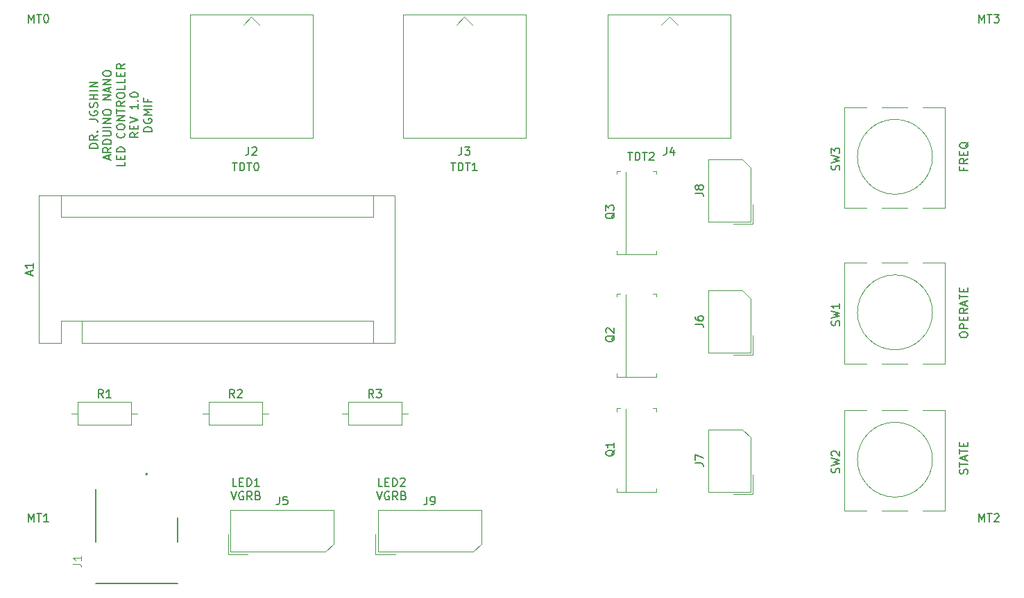
<source format=gbr>
%TF.GenerationSoftware,KiCad,Pcbnew,(5.1.6)-1*%
%TF.CreationDate,2020-08-04T09:12:00+09:00*%
%TF.ProjectId,arduino_pcb,61726475-696e-46f5-9f70-63622e6b6963,rev?*%
%TF.SameCoordinates,Original*%
%TF.FileFunction,Legend,Top*%
%TF.FilePolarity,Positive*%
%FSLAX46Y46*%
G04 Gerber Fmt 4.6, Leading zero omitted, Abs format (unit mm)*
G04 Created by KiCad (PCBNEW (5.1.6)-1) date 2020-08-04 09:12:00*
%MOMM*%
%LPD*%
G01*
G04 APERTURE LIST*
%ADD10C,0.150000*%
%ADD11C,0.120000*%
%ADD12C,0.100000*%
%ADD13C,0.200000*%
%ADD14C,0.127000*%
%ADD15C,0.015000*%
G04 APERTURE END LIST*
D10*
X116990952Y-127897380D02*
X116514761Y-127897380D01*
X116514761Y-126897380D01*
X117324285Y-127373571D02*
X117657619Y-127373571D01*
X117800476Y-127897380D02*
X117324285Y-127897380D01*
X117324285Y-126897380D01*
X117800476Y-126897380D01*
X118229047Y-127897380D02*
X118229047Y-126897380D01*
X118467142Y-126897380D01*
X118610000Y-126945000D01*
X118705238Y-127040238D01*
X118752857Y-127135476D01*
X118800476Y-127325952D01*
X118800476Y-127468809D01*
X118752857Y-127659285D01*
X118705238Y-127754523D01*
X118610000Y-127849761D01*
X118467142Y-127897380D01*
X118229047Y-127897380D01*
X119181428Y-126992619D02*
X119229047Y-126945000D01*
X119324285Y-126897380D01*
X119562380Y-126897380D01*
X119657619Y-126945000D01*
X119705238Y-126992619D01*
X119752857Y-127087857D01*
X119752857Y-127183095D01*
X119705238Y-127325952D01*
X119133809Y-127897380D01*
X119752857Y-127897380D01*
X116276666Y-128547380D02*
X116610000Y-129547380D01*
X116943333Y-128547380D01*
X117800476Y-128595000D02*
X117705238Y-128547380D01*
X117562380Y-128547380D01*
X117419523Y-128595000D01*
X117324285Y-128690238D01*
X117276666Y-128785476D01*
X117229047Y-128975952D01*
X117229047Y-129118809D01*
X117276666Y-129309285D01*
X117324285Y-129404523D01*
X117419523Y-129499761D01*
X117562380Y-129547380D01*
X117657619Y-129547380D01*
X117800476Y-129499761D01*
X117848095Y-129452142D01*
X117848095Y-129118809D01*
X117657619Y-129118809D01*
X118848095Y-129547380D02*
X118514761Y-129071190D01*
X118276666Y-129547380D02*
X118276666Y-128547380D01*
X118657619Y-128547380D01*
X118752857Y-128595000D01*
X118800476Y-128642619D01*
X118848095Y-128737857D01*
X118848095Y-128880714D01*
X118800476Y-128975952D01*
X118752857Y-129023571D01*
X118657619Y-129071190D01*
X118276666Y-129071190D01*
X119610000Y-129023571D02*
X119752857Y-129071190D01*
X119800476Y-129118809D01*
X119848095Y-129214047D01*
X119848095Y-129356904D01*
X119800476Y-129452142D01*
X119752857Y-129499761D01*
X119657619Y-129547380D01*
X119276666Y-129547380D01*
X119276666Y-128547380D01*
X119610000Y-128547380D01*
X119705238Y-128595000D01*
X119752857Y-128642619D01*
X119800476Y-128737857D01*
X119800476Y-128833095D01*
X119752857Y-128928333D01*
X119705238Y-128975952D01*
X119610000Y-129023571D01*
X119276666Y-129023571D01*
X99210952Y-127897380D02*
X98734761Y-127897380D01*
X98734761Y-126897380D01*
X99544285Y-127373571D02*
X99877619Y-127373571D01*
X100020476Y-127897380D02*
X99544285Y-127897380D01*
X99544285Y-126897380D01*
X100020476Y-126897380D01*
X100449047Y-127897380D02*
X100449047Y-126897380D01*
X100687142Y-126897380D01*
X100830000Y-126945000D01*
X100925238Y-127040238D01*
X100972857Y-127135476D01*
X101020476Y-127325952D01*
X101020476Y-127468809D01*
X100972857Y-127659285D01*
X100925238Y-127754523D01*
X100830000Y-127849761D01*
X100687142Y-127897380D01*
X100449047Y-127897380D01*
X101972857Y-127897380D02*
X101401428Y-127897380D01*
X101687142Y-127897380D02*
X101687142Y-126897380D01*
X101591904Y-127040238D01*
X101496666Y-127135476D01*
X101401428Y-127183095D01*
X98496666Y-128547380D02*
X98830000Y-129547380D01*
X99163333Y-128547380D01*
X100020476Y-128595000D02*
X99925238Y-128547380D01*
X99782380Y-128547380D01*
X99639523Y-128595000D01*
X99544285Y-128690238D01*
X99496666Y-128785476D01*
X99449047Y-128975952D01*
X99449047Y-129118809D01*
X99496666Y-129309285D01*
X99544285Y-129404523D01*
X99639523Y-129499761D01*
X99782380Y-129547380D01*
X99877619Y-129547380D01*
X100020476Y-129499761D01*
X100068095Y-129452142D01*
X100068095Y-129118809D01*
X99877619Y-129118809D01*
X101068095Y-129547380D02*
X100734761Y-129071190D01*
X100496666Y-129547380D02*
X100496666Y-128547380D01*
X100877619Y-128547380D01*
X100972857Y-128595000D01*
X101020476Y-128642619D01*
X101068095Y-128737857D01*
X101068095Y-128880714D01*
X101020476Y-128975952D01*
X100972857Y-129023571D01*
X100877619Y-129071190D01*
X100496666Y-129071190D01*
X101830000Y-129023571D02*
X101972857Y-129071190D01*
X102020476Y-129118809D01*
X102068095Y-129214047D01*
X102068095Y-129356904D01*
X102020476Y-129452142D01*
X101972857Y-129499761D01*
X101877619Y-129547380D01*
X101496666Y-129547380D01*
X101496666Y-128547380D01*
X101830000Y-128547380D01*
X101925238Y-128595000D01*
X101972857Y-128642619D01*
X102020476Y-128737857D01*
X102020476Y-128833095D01*
X101972857Y-128928333D01*
X101925238Y-128975952D01*
X101830000Y-129023571D01*
X101496666Y-129023571D01*
X187888571Y-88963333D02*
X187888571Y-89296666D01*
X188412380Y-89296666D02*
X187412380Y-89296666D01*
X187412380Y-88820476D01*
X188412380Y-87868095D02*
X187936190Y-88201428D01*
X188412380Y-88439523D02*
X187412380Y-88439523D01*
X187412380Y-88058571D01*
X187460000Y-87963333D01*
X187507619Y-87915714D01*
X187602857Y-87868095D01*
X187745714Y-87868095D01*
X187840952Y-87915714D01*
X187888571Y-87963333D01*
X187936190Y-88058571D01*
X187936190Y-88439523D01*
X187888571Y-87439523D02*
X187888571Y-87106190D01*
X188412380Y-86963333D02*
X188412380Y-87439523D01*
X187412380Y-87439523D01*
X187412380Y-86963333D01*
X188507619Y-85868095D02*
X188460000Y-85963333D01*
X188364761Y-86058571D01*
X188221904Y-86201428D01*
X188174285Y-86296666D01*
X188174285Y-86391904D01*
X188412380Y-86344285D02*
X188364761Y-86439523D01*
X188269523Y-86534761D01*
X188079047Y-86582380D01*
X187745714Y-86582380D01*
X187555238Y-86534761D01*
X187460000Y-86439523D01*
X187412380Y-86344285D01*
X187412380Y-86153809D01*
X187460000Y-86058571D01*
X187555238Y-85963333D01*
X187745714Y-85915714D01*
X188079047Y-85915714D01*
X188269523Y-85963333D01*
X188364761Y-86058571D01*
X188412380Y-86153809D01*
X188412380Y-86344285D01*
X187412380Y-109489523D02*
X187412380Y-109299047D01*
X187460000Y-109203809D01*
X187555238Y-109108571D01*
X187745714Y-109060952D01*
X188079047Y-109060952D01*
X188269523Y-109108571D01*
X188364761Y-109203809D01*
X188412380Y-109299047D01*
X188412380Y-109489523D01*
X188364761Y-109584761D01*
X188269523Y-109680000D01*
X188079047Y-109727619D01*
X187745714Y-109727619D01*
X187555238Y-109680000D01*
X187460000Y-109584761D01*
X187412380Y-109489523D01*
X188412380Y-108632380D02*
X187412380Y-108632380D01*
X187412380Y-108251428D01*
X187460000Y-108156190D01*
X187507619Y-108108571D01*
X187602857Y-108060952D01*
X187745714Y-108060952D01*
X187840952Y-108108571D01*
X187888571Y-108156190D01*
X187936190Y-108251428D01*
X187936190Y-108632380D01*
X187888571Y-107632380D02*
X187888571Y-107299047D01*
X188412380Y-107156190D02*
X188412380Y-107632380D01*
X187412380Y-107632380D01*
X187412380Y-107156190D01*
X188412380Y-106156190D02*
X187936190Y-106489523D01*
X188412380Y-106727619D02*
X187412380Y-106727619D01*
X187412380Y-106346666D01*
X187460000Y-106251428D01*
X187507619Y-106203809D01*
X187602857Y-106156190D01*
X187745714Y-106156190D01*
X187840952Y-106203809D01*
X187888571Y-106251428D01*
X187936190Y-106346666D01*
X187936190Y-106727619D01*
X188126666Y-105775238D02*
X188126666Y-105299047D01*
X188412380Y-105870476D02*
X187412380Y-105537142D01*
X188412380Y-105203809D01*
X187412380Y-105013333D02*
X187412380Y-104441904D01*
X188412380Y-104727619D02*
X187412380Y-104727619D01*
X187888571Y-104108571D02*
X187888571Y-103775238D01*
X188412380Y-103632380D02*
X188412380Y-104108571D01*
X187412380Y-104108571D01*
X187412380Y-103632380D01*
X188364761Y-126388571D02*
X188412380Y-126245714D01*
X188412380Y-126007619D01*
X188364761Y-125912380D01*
X188317142Y-125864761D01*
X188221904Y-125817142D01*
X188126666Y-125817142D01*
X188031428Y-125864761D01*
X187983809Y-125912380D01*
X187936190Y-126007619D01*
X187888571Y-126198095D01*
X187840952Y-126293333D01*
X187793333Y-126340952D01*
X187698095Y-126388571D01*
X187602857Y-126388571D01*
X187507619Y-126340952D01*
X187460000Y-126293333D01*
X187412380Y-126198095D01*
X187412380Y-125960000D01*
X187460000Y-125817142D01*
X187412380Y-125531428D02*
X187412380Y-124960000D01*
X188412380Y-125245714D02*
X187412380Y-125245714D01*
X188126666Y-124674285D02*
X188126666Y-124198095D01*
X188412380Y-124769523D02*
X187412380Y-124436190D01*
X188412380Y-124102857D01*
X187412380Y-123912380D02*
X187412380Y-123340952D01*
X188412380Y-123626666D02*
X187412380Y-123626666D01*
X187888571Y-123007619D02*
X187888571Y-122674285D01*
X188412380Y-122531428D02*
X188412380Y-123007619D01*
X187412380Y-123007619D01*
X187412380Y-122531428D01*
X146947142Y-87082380D02*
X147518571Y-87082380D01*
X147232857Y-88082380D02*
X147232857Y-87082380D01*
X147851904Y-88082380D02*
X147851904Y-87082380D01*
X148090000Y-87082380D01*
X148232857Y-87130000D01*
X148328095Y-87225238D01*
X148375714Y-87320476D01*
X148423333Y-87510952D01*
X148423333Y-87653809D01*
X148375714Y-87844285D01*
X148328095Y-87939523D01*
X148232857Y-88034761D01*
X148090000Y-88082380D01*
X147851904Y-88082380D01*
X148709047Y-87082380D02*
X149280476Y-87082380D01*
X148994761Y-88082380D02*
X148994761Y-87082380D01*
X149566190Y-87177619D02*
X149613809Y-87130000D01*
X149709047Y-87082380D01*
X149947142Y-87082380D01*
X150042380Y-87130000D01*
X150090000Y-87177619D01*
X150137619Y-87272857D01*
X150137619Y-87368095D01*
X150090000Y-87510952D01*
X149518571Y-88082380D01*
X150137619Y-88082380D01*
X125357142Y-88352380D02*
X125928571Y-88352380D01*
X125642857Y-89352380D02*
X125642857Y-88352380D01*
X126261904Y-89352380D02*
X126261904Y-88352380D01*
X126500000Y-88352380D01*
X126642857Y-88400000D01*
X126738095Y-88495238D01*
X126785714Y-88590476D01*
X126833333Y-88780952D01*
X126833333Y-88923809D01*
X126785714Y-89114285D01*
X126738095Y-89209523D01*
X126642857Y-89304761D01*
X126500000Y-89352380D01*
X126261904Y-89352380D01*
X127119047Y-88352380D02*
X127690476Y-88352380D01*
X127404761Y-89352380D02*
X127404761Y-88352380D01*
X128547619Y-89352380D02*
X127976190Y-89352380D01*
X128261904Y-89352380D02*
X128261904Y-88352380D01*
X128166666Y-88495238D01*
X128071428Y-88590476D01*
X127976190Y-88638095D01*
X98687142Y-88352380D02*
X99258571Y-88352380D01*
X98972857Y-89352380D02*
X98972857Y-88352380D01*
X99591904Y-89352380D02*
X99591904Y-88352380D01*
X99830000Y-88352380D01*
X99972857Y-88400000D01*
X100068095Y-88495238D01*
X100115714Y-88590476D01*
X100163333Y-88780952D01*
X100163333Y-88923809D01*
X100115714Y-89114285D01*
X100068095Y-89209523D01*
X99972857Y-89304761D01*
X99830000Y-89352380D01*
X99591904Y-89352380D01*
X100449047Y-88352380D02*
X101020476Y-88352380D01*
X100734761Y-89352380D02*
X100734761Y-88352380D01*
X101544285Y-88352380D02*
X101639523Y-88352380D01*
X101734761Y-88400000D01*
X101782380Y-88447619D01*
X101830000Y-88542857D01*
X101877619Y-88733333D01*
X101877619Y-88971428D01*
X101830000Y-89161904D01*
X101782380Y-89257142D01*
X101734761Y-89304761D01*
X101639523Y-89352380D01*
X101544285Y-89352380D01*
X101449047Y-89304761D01*
X101401428Y-89257142D01*
X101353809Y-89161904D01*
X101306190Y-88971428D01*
X101306190Y-88733333D01*
X101353809Y-88542857D01*
X101401428Y-88447619D01*
X101449047Y-88400000D01*
X101544285Y-88352380D01*
X82242380Y-86573809D02*
X81242380Y-86573809D01*
X81242380Y-86335714D01*
X81290000Y-86192857D01*
X81385238Y-86097619D01*
X81480476Y-86050000D01*
X81670952Y-86002380D01*
X81813809Y-86002380D01*
X82004285Y-86050000D01*
X82099523Y-86097619D01*
X82194761Y-86192857D01*
X82242380Y-86335714D01*
X82242380Y-86573809D01*
X82242380Y-85002380D02*
X81766190Y-85335714D01*
X82242380Y-85573809D02*
X81242380Y-85573809D01*
X81242380Y-85192857D01*
X81290000Y-85097619D01*
X81337619Y-85050000D01*
X81432857Y-85002380D01*
X81575714Y-85002380D01*
X81670952Y-85050000D01*
X81718571Y-85097619D01*
X81766190Y-85192857D01*
X81766190Y-85573809D01*
X82147142Y-84573809D02*
X82194761Y-84526190D01*
X82242380Y-84573809D01*
X82194761Y-84621428D01*
X82147142Y-84573809D01*
X82242380Y-84573809D01*
X81242380Y-83050000D02*
X81956666Y-83050000D01*
X82099523Y-83097619D01*
X82194761Y-83192857D01*
X82242380Y-83335714D01*
X82242380Y-83430952D01*
X81290000Y-82050000D02*
X81242380Y-82145238D01*
X81242380Y-82288095D01*
X81290000Y-82430952D01*
X81385238Y-82526190D01*
X81480476Y-82573809D01*
X81670952Y-82621428D01*
X81813809Y-82621428D01*
X82004285Y-82573809D01*
X82099523Y-82526190D01*
X82194761Y-82430952D01*
X82242380Y-82288095D01*
X82242380Y-82192857D01*
X82194761Y-82050000D01*
X82147142Y-82002380D01*
X81813809Y-82002380D01*
X81813809Y-82192857D01*
X82194761Y-81621428D02*
X82242380Y-81478571D01*
X82242380Y-81240476D01*
X82194761Y-81145238D01*
X82147142Y-81097619D01*
X82051904Y-81050000D01*
X81956666Y-81050000D01*
X81861428Y-81097619D01*
X81813809Y-81145238D01*
X81766190Y-81240476D01*
X81718571Y-81430952D01*
X81670952Y-81526190D01*
X81623333Y-81573809D01*
X81528095Y-81621428D01*
X81432857Y-81621428D01*
X81337619Y-81573809D01*
X81290000Y-81526190D01*
X81242380Y-81430952D01*
X81242380Y-81192857D01*
X81290000Y-81050000D01*
X82242380Y-80621428D02*
X81242380Y-80621428D01*
X81718571Y-80621428D02*
X81718571Y-80050000D01*
X82242380Y-80050000D02*
X81242380Y-80050000D01*
X82242380Y-79573809D02*
X81242380Y-79573809D01*
X82242380Y-79097619D02*
X81242380Y-79097619D01*
X82242380Y-78526190D01*
X81242380Y-78526190D01*
X83606666Y-87978571D02*
X83606666Y-87502380D01*
X83892380Y-88073809D02*
X82892380Y-87740476D01*
X83892380Y-87407142D01*
X83892380Y-86502380D02*
X83416190Y-86835714D01*
X83892380Y-87073809D02*
X82892380Y-87073809D01*
X82892380Y-86692857D01*
X82940000Y-86597619D01*
X82987619Y-86550000D01*
X83082857Y-86502380D01*
X83225714Y-86502380D01*
X83320952Y-86550000D01*
X83368571Y-86597619D01*
X83416190Y-86692857D01*
X83416190Y-87073809D01*
X83892380Y-86073809D02*
X82892380Y-86073809D01*
X82892380Y-85835714D01*
X82940000Y-85692857D01*
X83035238Y-85597619D01*
X83130476Y-85550000D01*
X83320952Y-85502380D01*
X83463809Y-85502380D01*
X83654285Y-85550000D01*
X83749523Y-85597619D01*
X83844761Y-85692857D01*
X83892380Y-85835714D01*
X83892380Y-86073809D01*
X82892380Y-85073809D02*
X83701904Y-85073809D01*
X83797142Y-85026190D01*
X83844761Y-84978571D01*
X83892380Y-84883333D01*
X83892380Y-84692857D01*
X83844761Y-84597619D01*
X83797142Y-84550000D01*
X83701904Y-84502380D01*
X82892380Y-84502380D01*
X83892380Y-84026190D02*
X82892380Y-84026190D01*
X83892380Y-83550000D02*
X82892380Y-83550000D01*
X83892380Y-82978571D01*
X82892380Y-82978571D01*
X82892380Y-82311904D02*
X82892380Y-82121428D01*
X82940000Y-82026190D01*
X83035238Y-81930952D01*
X83225714Y-81883333D01*
X83559047Y-81883333D01*
X83749523Y-81930952D01*
X83844761Y-82026190D01*
X83892380Y-82121428D01*
X83892380Y-82311904D01*
X83844761Y-82407142D01*
X83749523Y-82502380D01*
X83559047Y-82550000D01*
X83225714Y-82550000D01*
X83035238Y-82502380D01*
X82940000Y-82407142D01*
X82892380Y-82311904D01*
X83892380Y-80692857D02*
X82892380Y-80692857D01*
X83892380Y-80121428D01*
X82892380Y-80121428D01*
X83606666Y-79692857D02*
X83606666Y-79216666D01*
X83892380Y-79788095D02*
X82892380Y-79454761D01*
X83892380Y-79121428D01*
X83892380Y-78788095D02*
X82892380Y-78788095D01*
X83892380Y-78216666D01*
X82892380Y-78216666D01*
X82892380Y-77550000D02*
X82892380Y-77359523D01*
X82940000Y-77264285D01*
X83035238Y-77169047D01*
X83225714Y-77121428D01*
X83559047Y-77121428D01*
X83749523Y-77169047D01*
X83844761Y-77264285D01*
X83892380Y-77359523D01*
X83892380Y-77550000D01*
X83844761Y-77645238D01*
X83749523Y-77740476D01*
X83559047Y-77788095D01*
X83225714Y-77788095D01*
X83035238Y-77740476D01*
X82940000Y-77645238D01*
X82892380Y-77550000D01*
X85542380Y-88288095D02*
X85542380Y-88764285D01*
X84542380Y-88764285D01*
X85018571Y-87954761D02*
X85018571Y-87621428D01*
X85542380Y-87478571D02*
X85542380Y-87954761D01*
X84542380Y-87954761D01*
X84542380Y-87478571D01*
X85542380Y-87050000D02*
X84542380Y-87050000D01*
X84542380Y-86811904D01*
X84590000Y-86669047D01*
X84685238Y-86573809D01*
X84780476Y-86526190D01*
X84970952Y-86478571D01*
X85113809Y-86478571D01*
X85304285Y-86526190D01*
X85399523Y-86573809D01*
X85494761Y-86669047D01*
X85542380Y-86811904D01*
X85542380Y-87050000D01*
X85447142Y-84716666D02*
X85494761Y-84764285D01*
X85542380Y-84907142D01*
X85542380Y-85002380D01*
X85494761Y-85145238D01*
X85399523Y-85240476D01*
X85304285Y-85288095D01*
X85113809Y-85335714D01*
X84970952Y-85335714D01*
X84780476Y-85288095D01*
X84685238Y-85240476D01*
X84590000Y-85145238D01*
X84542380Y-85002380D01*
X84542380Y-84907142D01*
X84590000Y-84764285D01*
X84637619Y-84716666D01*
X84542380Y-84097619D02*
X84542380Y-83907142D01*
X84590000Y-83811904D01*
X84685238Y-83716666D01*
X84875714Y-83669047D01*
X85209047Y-83669047D01*
X85399523Y-83716666D01*
X85494761Y-83811904D01*
X85542380Y-83907142D01*
X85542380Y-84097619D01*
X85494761Y-84192857D01*
X85399523Y-84288095D01*
X85209047Y-84335714D01*
X84875714Y-84335714D01*
X84685238Y-84288095D01*
X84590000Y-84192857D01*
X84542380Y-84097619D01*
X85542380Y-83240476D02*
X84542380Y-83240476D01*
X85542380Y-82669047D01*
X84542380Y-82669047D01*
X84542380Y-82335714D02*
X84542380Y-81764285D01*
X85542380Y-82050000D02*
X84542380Y-82050000D01*
X85542380Y-80859523D02*
X85066190Y-81192857D01*
X85542380Y-81430952D02*
X84542380Y-81430952D01*
X84542380Y-81050000D01*
X84590000Y-80954761D01*
X84637619Y-80907142D01*
X84732857Y-80859523D01*
X84875714Y-80859523D01*
X84970952Y-80907142D01*
X85018571Y-80954761D01*
X85066190Y-81050000D01*
X85066190Y-81430952D01*
X84542380Y-80240476D02*
X84542380Y-80050000D01*
X84590000Y-79954761D01*
X84685238Y-79859523D01*
X84875714Y-79811904D01*
X85209047Y-79811904D01*
X85399523Y-79859523D01*
X85494761Y-79954761D01*
X85542380Y-80050000D01*
X85542380Y-80240476D01*
X85494761Y-80335714D01*
X85399523Y-80430952D01*
X85209047Y-80478571D01*
X84875714Y-80478571D01*
X84685238Y-80430952D01*
X84590000Y-80335714D01*
X84542380Y-80240476D01*
X85542380Y-78907142D02*
X85542380Y-79383333D01*
X84542380Y-79383333D01*
X85542380Y-78097619D02*
X85542380Y-78573809D01*
X84542380Y-78573809D01*
X85018571Y-77764285D02*
X85018571Y-77430952D01*
X85542380Y-77288095D02*
X85542380Y-77764285D01*
X84542380Y-77764285D01*
X84542380Y-77288095D01*
X85542380Y-76288095D02*
X85066190Y-76621428D01*
X85542380Y-76859523D02*
X84542380Y-76859523D01*
X84542380Y-76478571D01*
X84590000Y-76383333D01*
X84637619Y-76335714D01*
X84732857Y-76288095D01*
X84875714Y-76288095D01*
X84970952Y-76335714D01*
X85018571Y-76383333D01*
X85066190Y-76478571D01*
X85066190Y-76859523D01*
X87192380Y-84692857D02*
X86716190Y-85026190D01*
X87192380Y-85264285D02*
X86192380Y-85264285D01*
X86192380Y-84883333D01*
X86240000Y-84788095D01*
X86287619Y-84740476D01*
X86382857Y-84692857D01*
X86525714Y-84692857D01*
X86620952Y-84740476D01*
X86668571Y-84788095D01*
X86716190Y-84883333D01*
X86716190Y-85264285D01*
X86668571Y-84264285D02*
X86668571Y-83930952D01*
X87192380Y-83788095D02*
X87192380Y-84264285D01*
X86192380Y-84264285D01*
X86192380Y-83788095D01*
X86192380Y-83502380D02*
X87192380Y-83169047D01*
X86192380Y-82835714D01*
X87192380Y-81216666D02*
X87192380Y-81788095D01*
X87192380Y-81502380D02*
X86192380Y-81502380D01*
X86335238Y-81597619D01*
X86430476Y-81692857D01*
X86478095Y-81788095D01*
X87097142Y-80788095D02*
X87144761Y-80740476D01*
X87192380Y-80788095D01*
X87144761Y-80835714D01*
X87097142Y-80788095D01*
X87192380Y-80788095D01*
X86192380Y-80121428D02*
X86192380Y-80026190D01*
X86240000Y-79930952D01*
X86287619Y-79883333D01*
X86382857Y-79835714D01*
X86573333Y-79788095D01*
X86811428Y-79788095D01*
X87001904Y-79835714D01*
X87097142Y-79883333D01*
X87144761Y-79930952D01*
X87192380Y-80026190D01*
X87192380Y-80121428D01*
X87144761Y-80216666D01*
X87097142Y-80264285D01*
X87001904Y-80311904D01*
X86811428Y-80359523D01*
X86573333Y-80359523D01*
X86382857Y-80311904D01*
X86287619Y-80264285D01*
X86240000Y-80216666D01*
X86192380Y-80121428D01*
X88842380Y-84550000D02*
X87842380Y-84550000D01*
X87842380Y-84311904D01*
X87890000Y-84169047D01*
X87985238Y-84073809D01*
X88080476Y-84026190D01*
X88270952Y-83978571D01*
X88413809Y-83978571D01*
X88604285Y-84026190D01*
X88699523Y-84073809D01*
X88794761Y-84169047D01*
X88842380Y-84311904D01*
X88842380Y-84550000D01*
X87890000Y-83026190D02*
X87842380Y-83121428D01*
X87842380Y-83264285D01*
X87890000Y-83407142D01*
X87985238Y-83502380D01*
X88080476Y-83550000D01*
X88270952Y-83597619D01*
X88413809Y-83597619D01*
X88604285Y-83550000D01*
X88699523Y-83502380D01*
X88794761Y-83407142D01*
X88842380Y-83264285D01*
X88842380Y-83169047D01*
X88794761Y-83026190D01*
X88747142Y-82978571D01*
X88413809Y-82978571D01*
X88413809Y-83169047D01*
X88842380Y-82550000D02*
X87842380Y-82550000D01*
X88556666Y-82216666D01*
X87842380Y-81883333D01*
X88842380Y-81883333D01*
X88842380Y-81407142D02*
X87842380Y-81407142D01*
X88318571Y-80597619D02*
X88318571Y-80930952D01*
X88842380Y-80930952D02*
X87842380Y-80930952D01*
X87842380Y-80454761D01*
D11*
%TO.C,SW3*%
X173350000Y-93900000D02*
X173350000Y-81600000D01*
X177930000Y-81600000D02*
X181070000Y-81600000D01*
X185650000Y-81600000D02*
X185650000Y-93900000D01*
X176070000Y-93900000D02*
X173350000Y-93900000D01*
X184119050Y-87650000D02*
G75*
G03*
X184119050Y-87650000I-4579050J0D01*
G01*
X185650000Y-93900000D02*
X182930000Y-93900000D01*
X181070000Y-93900000D02*
X177930000Y-93900000D01*
X182930000Y-81600000D02*
X185650000Y-81600000D01*
X173350000Y-81600000D02*
X176070000Y-81600000D01*
%TO.C,SW2*%
X173350000Y-130900000D02*
X173350000Y-118600000D01*
X177930000Y-118600000D02*
X181070000Y-118600000D01*
X185650000Y-118600000D02*
X185650000Y-130900000D01*
X176070000Y-130900000D02*
X173350000Y-130900000D01*
X184119050Y-124650000D02*
G75*
G03*
X184119050Y-124650000I-4579050J0D01*
G01*
X185650000Y-130900000D02*
X182930000Y-130900000D01*
X181070000Y-130900000D02*
X177930000Y-130900000D01*
X182930000Y-118600000D02*
X185650000Y-118600000D01*
X173350000Y-118600000D02*
X176070000Y-118600000D01*
%TO.C,SW1*%
X173350000Y-112900000D02*
X173350000Y-100600000D01*
X177930000Y-100600000D02*
X181070000Y-100600000D01*
X185650000Y-100600000D02*
X185650000Y-112900000D01*
X176070000Y-112900000D02*
X173350000Y-112900000D01*
X184119050Y-106650000D02*
G75*
G03*
X184119050Y-106650000I-4579050J0D01*
G01*
X185650000Y-112900000D02*
X182930000Y-112900000D01*
X181070000Y-112900000D02*
X177930000Y-112900000D01*
X182930000Y-100600000D02*
X185650000Y-100600000D01*
X173350000Y-100600000D02*
X176070000Y-100600000D01*
%TO.C,R3*%
X112810000Y-117630000D02*
X112810000Y-120370000D01*
X112810000Y-120370000D02*
X119350000Y-120370000D01*
X119350000Y-120370000D02*
X119350000Y-117630000D01*
X119350000Y-117630000D02*
X112810000Y-117630000D01*
X112040000Y-119000000D02*
X112810000Y-119000000D01*
X120120000Y-119000000D02*
X119350000Y-119000000D01*
%TO.C,R2*%
X95810000Y-117630000D02*
X95810000Y-120370000D01*
X95810000Y-120370000D02*
X102350000Y-120370000D01*
X102350000Y-120370000D02*
X102350000Y-117630000D01*
X102350000Y-117630000D02*
X95810000Y-117630000D01*
X95040000Y-119000000D02*
X95810000Y-119000000D01*
X103120000Y-119000000D02*
X102350000Y-119000000D01*
%TO.C,R1*%
X79810000Y-117630000D02*
X79810000Y-120370000D01*
X79810000Y-120370000D02*
X86350000Y-120370000D01*
X86350000Y-120370000D02*
X86350000Y-117630000D01*
X86350000Y-117630000D02*
X79810000Y-117630000D01*
X79040000Y-119000000D02*
X79810000Y-119000000D01*
X87120000Y-119000000D02*
X86350000Y-119000000D01*
D12*
%TO.C,Q3*%
X146710000Y-99560000D02*
X146710000Y-89460000D01*
X150400000Y-89360000D02*
X150000000Y-89360000D01*
X150400000Y-89360000D02*
X150400000Y-89760000D01*
X150400000Y-99560000D02*
X146000000Y-99560000D01*
X150400000Y-99560000D02*
X150400000Y-99160000D01*
X145600000Y-99560000D02*
X146000000Y-99560000D01*
X145600000Y-99560000D02*
X145600000Y-99160000D01*
X145600000Y-89760000D02*
X145600000Y-89360000D01*
X145600000Y-89360000D02*
X146000000Y-89360000D01*
%TO.C,Q2*%
X146710000Y-114560000D02*
X146710000Y-104460000D01*
X150400000Y-104360000D02*
X150000000Y-104360000D01*
X150400000Y-104360000D02*
X150400000Y-104760000D01*
X150400000Y-114560000D02*
X146000000Y-114560000D01*
X150400000Y-114560000D02*
X150400000Y-114160000D01*
X145600000Y-114560000D02*
X146000000Y-114560000D01*
X145600000Y-114560000D02*
X145600000Y-114160000D01*
X145600000Y-104760000D02*
X145600000Y-104360000D01*
X145600000Y-104360000D02*
X146000000Y-104360000D01*
%TO.C,Q1*%
X146710000Y-128560000D02*
X146710000Y-118460000D01*
X150400000Y-118360000D02*
X150000000Y-118360000D01*
X150400000Y-118360000D02*
X150400000Y-118760000D01*
X150400000Y-128560000D02*
X146000000Y-128560000D01*
X150400000Y-128560000D02*
X150400000Y-128160000D01*
X145600000Y-128560000D02*
X146000000Y-128560000D01*
X145600000Y-128560000D02*
X145600000Y-128160000D01*
X145600000Y-118760000D02*
X145600000Y-118360000D01*
X145600000Y-118360000D02*
X146000000Y-118360000D01*
D11*
%TO.C,J9*%
X116440000Y-130790000D02*
X116440000Y-135910000D01*
X116440000Y-135910000D02*
X128060000Y-135910000D01*
X128060000Y-135910000D02*
X129060000Y-134910000D01*
X129060000Y-134910000D02*
X129060000Y-130790000D01*
X129060000Y-130790000D02*
X116440000Y-130790000D01*
X116140000Y-133800000D02*
X116140000Y-136210000D01*
X116140000Y-136210000D02*
X118550000Y-136210000D01*
%TO.C,J8*%
X156790000Y-95560000D02*
X161910000Y-95560000D01*
X161910000Y-95560000D02*
X161910000Y-88940000D01*
X161910000Y-88940000D02*
X160910000Y-87940000D01*
X160910000Y-87940000D02*
X156790000Y-87940000D01*
X156790000Y-87940000D02*
X156790000Y-95560000D01*
X159800000Y-95860000D02*
X162210000Y-95860000D01*
X162210000Y-95860000D02*
X162210000Y-93450000D01*
%TO.C,J7*%
X156790000Y-128560000D02*
X161910000Y-128560000D01*
X161910000Y-128560000D02*
X161910000Y-121940000D01*
X161910000Y-121940000D02*
X160910000Y-120940000D01*
X160910000Y-120940000D02*
X156790000Y-120940000D01*
X156790000Y-120940000D02*
X156790000Y-128560000D01*
X159800000Y-128860000D02*
X162210000Y-128860000D01*
X162210000Y-128860000D02*
X162210000Y-126450000D01*
%TO.C,J6*%
X156790000Y-111560000D02*
X161910000Y-111560000D01*
X161910000Y-111560000D02*
X161910000Y-104940000D01*
X161910000Y-104940000D02*
X160910000Y-103940000D01*
X160910000Y-103940000D02*
X156790000Y-103940000D01*
X156790000Y-103940000D02*
X156790000Y-111560000D01*
X159800000Y-111860000D02*
X162210000Y-111860000D01*
X162210000Y-111860000D02*
X162210000Y-109450000D01*
%TO.C,J5*%
X98440000Y-130790000D02*
X98440000Y-135910000D01*
X98440000Y-135910000D02*
X110060000Y-135910000D01*
X110060000Y-135910000D02*
X111060000Y-134910000D01*
X111060000Y-134910000D02*
X111060000Y-130790000D01*
X111060000Y-130790000D02*
X98440000Y-130790000D01*
X98140000Y-133800000D02*
X98140000Y-136210000D01*
X98140000Y-136210000D02*
X100550000Y-136210000D01*
%TO.C,J4*%
X144500000Y-70300000D02*
X159500000Y-70300000D01*
X159500000Y-70300000D02*
X159500000Y-85300000D01*
X159500000Y-85300000D02*
X144500000Y-85300000D01*
X144500000Y-85300000D02*
X144500000Y-70300000D01*
X152000000Y-70500000D02*
X151000000Y-71500000D01*
X152000000Y-70500000D02*
X153000000Y-71500000D01*
%TO.C,J3*%
X119500000Y-70300000D02*
X134500000Y-70300000D01*
X134500000Y-70300000D02*
X134500000Y-85300000D01*
X134500000Y-85300000D02*
X119500000Y-85300000D01*
X119500000Y-85300000D02*
X119500000Y-70300000D01*
X127000000Y-70500000D02*
X126000000Y-71500000D01*
X127000000Y-70500000D02*
X128000000Y-71500000D01*
%TO.C,J2*%
X93500000Y-70300000D02*
X108500000Y-70300000D01*
X108500000Y-70300000D02*
X108500000Y-85300000D01*
X108500000Y-85300000D02*
X93500000Y-85300000D01*
X93500000Y-85300000D02*
X93500000Y-70300000D01*
X101000000Y-70500000D02*
X100000000Y-71500000D01*
X101000000Y-70500000D02*
X102000000Y-71500000D01*
D13*
%TO.C,J1*%
X88310000Y-126420000D02*
G75*
G03*
X88310000Y-126420000I-100000J0D01*
G01*
D14*
X82000000Y-139750000D02*
X92000000Y-139750000D01*
X82000000Y-128250000D02*
X82000000Y-134670000D01*
X92000000Y-134670000D02*
X92000000Y-131750000D01*
D11*
%TO.C,A1*%
X80270000Y-107730000D02*
X77730000Y-107730000D01*
X77730000Y-107730000D02*
X77730000Y-110400000D01*
X80270000Y-110400000D02*
X118500000Y-110400000D01*
X75060000Y-110400000D02*
X77730000Y-110400000D01*
X77730000Y-95030000D02*
X77730000Y-92360000D01*
X77730000Y-95030000D02*
X115830000Y-95030000D01*
X115830000Y-95030000D02*
X115830000Y-92360000D01*
X80270000Y-107730000D02*
X80270000Y-110400000D01*
X80270000Y-107730000D02*
X115830000Y-107730000D01*
X115830000Y-107730000D02*
X115830000Y-110400000D01*
X118500000Y-110400000D02*
X118500000Y-92360000D01*
X118500000Y-92360000D02*
X75060000Y-92360000D01*
X75060000Y-92360000D02*
X75060000Y-110400000D01*
%TO.C,MT2*%
D10*
X189809523Y-132252380D02*
X189809523Y-131252380D01*
X190142857Y-131966666D01*
X190476190Y-131252380D01*
X190476190Y-132252380D01*
X190809523Y-131252380D02*
X191380952Y-131252380D01*
X191095238Y-132252380D02*
X191095238Y-131252380D01*
X191666666Y-131347619D02*
X191714285Y-131300000D01*
X191809523Y-131252380D01*
X192047619Y-131252380D01*
X192142857Y-131300000D01*
X192190476Y-131347619D01*
X192238095Y-131442857D01*
X192238095Y-131538095D01*
X192190476Y-131680952D01*
X191619047Y-132252380D01*
X192238095Y-132252380D01*
%TO.C,MT3*%
X189809523Y-71252380D02*
X189809523Y-70252380D01*
X190142857Y-70966666D01*
X190476190Y-70252380D01*
X190476190Y-71252380D01*
X190809523Y-70252380D02*
X191380952Y-70252380D01*
X191095238Y-71252380D02*
X191095238Y-70252380D01*
X191619047Y-70252380D02*
X192238095Y-70252380D01*
X191904761Y-70633333D01*
X192047619Y-70633333D01*
X192142857Y-70680952D01*
X192190476Y-70728571D01*
X192238095Y-70823809D01*
X192238095Y-71061904D01*
X192190476Y-71157142D01*
X192142857Y-71204761D01*
X192047619Y-71252380D01*
X191761904Y-71252380D01*
X191666666Y-71204761D01*
X191619047Y-71157142D01*
%TO.C,MT0*%
X73809523Y-71252380D02*
X73809523Y-70252380D01*
X74142857Y-70966666D01*
X74476190Y-70252380D01*
X74476190Y-71252380D01*
X74809523Y-70252380D02*
X75380952Y-70252380D01*
X75095238Y-71252380D02*
X75095238Y-70252380D01*
X75904761Y-70252380D02*
X76000000Y-70252380D01*
X76095238Y-70300000D01*
X76142857Y-70347619D01*
X76190476Y-70442857D01*
X76238095Y-70633333D01*
X76238095Y-70871428D01*
X76190476Y-71061904D01*
X76142857Y-71157142D01*
X76095238Y-71204761D01*
X76000000Y-71252380D01*
X75904761Y-71252380D01*
X75809523Y-71204761D01*
X75761904Y-71157142D01*
X75714285Y-71061904D01*
X75666666Y-70871428D01*
X75666666Y-70633333D01*
X75714285Y-70442857D01*
X75761904Y-70347619D01*
X75809523Y-70300000D01*
X75904761Y-70252380D01*
%TO.C,MT1*%
X73809523Y-132252380D02*
X73809523Y-131252380D01*
X74142857Y-131966666D01*
X74476190Y-131252380D01*
X74476190Y-132252380D01*
X74809523Y-131252380D02*
X75380952Y-131252380D01*
X75095238Y-132252380D02*
X75095238Y-131252380D01*
X76238095Y-132252380D02*
X75666666Y-132252380D01*
X75952380Y-132252380D02*
X75952380Y-131252380D01*
X75857142Y-131395238D01*
X75761904Y-131490476D01*
X75666666Y-131538095D01*
%TO.C,SW3*%
X172744761Y-89253333D02*
X172792380Y-89110476D01*
X172792380Y-88872380D01*
X172744761Y-88777142D01*
X172697142Y-88729523D01*
X172601904Y-88681904D01*
X172506666Y-88681904D01*
X172411428Y-88729523D01*
X172363809Y-88777142D01*
X172316190Y-88872380D01*
X172268571Y-89062857D01*
X172220952Y-89158095D01*
X172173333Y-89205714D01*
X172078095Y-89253333D01*
X171982857Y-89253333D01*
X171887619Y-89205714D01*
X171840000Y-89158095D01*
X171792380Y-89062857D01*
X171792380Y-88824761D01*
X171840000Y-88681904D01*
X171792380Y-88348571D02*
X172792380Y-88110476D01*
X172078095Y-87920000D01*
X172792380Y-87729523D01*
X171792380Y-87491428D01*
X171792380Y-87205714D02*
X171792380Y-86586666D01*
X172173333Y-86920000D01*
X172173333Y-86777142D01*
X172220952Y-86681904D01*
X172268571Y-86634285D01*
X172363809Y-86586666D01*
X172601904Y-86586666D01*
X172697142Y-86634285D01*
X172744761Y-86681904D01*
X172792380Y-86777142D01*
X172792380Y-87062857D01*
X172744761Y-87158095D01*
X172697142Y-87205714D01*
%TO.C,SW2*%
X172744761Y-126253333D02*
X172792380Y-126110476D01*
X172792380Y-125872380D01*
X172744761Y-125777142D01*
X172697142Y-125729523D01*
X172601904Y-125681904D01*
X172506666Y-125681904D01*
X172411428Y-125729523D01*
X172363809Y-125777142D01*
X172316190Y-125872380D01*
X172268571Y-126062857D01*
X172220952Y-126158095D01*
X172173333Y-126205714D01*
X172078095Y-126253333D01*
X171982857Y-126253333D01*
X171887619Y-126205714D01*
X171840000Y-126158095D01*
X171792380Y-126062857D01*
X171792380Y-125824761D01*
X171840000Y-125681904D01*
X171792380Y-125348571D02*
X172792380Y-125110476D01*
X172078095Y-124920000D01*
X172792380Y-124729523D01*
X171792380Y-124491428D01*
X171887619Y-124158095D02*
X171840000Y-124110476D01*
X171792380Y-124015238D01*
X171792380Y-123777142D01*
X171840000Y-123681904D01*
X171887619Y-123634285D01*
X171982857Y-123586666D01*
X172078095Y-123586666D01*
X172220952Y-123634285D01*
X172792380Y-124205714D01*
X172792380Y-123586666D01*
%TO.C,SW1*%
X172744761Y-108253333D02*
X172792380Y-108110476D01*
X172792380Y-107872380D01*
X172744761Y-107777142D01*
X172697142Y-107729523D01*
X172601904Y-107681904D01*
X172506666Y-107681904D01*
X172411428Y-107729523D01*
X172363809Y-107777142D01*
X172316190Y-107872380D01*
X172268571Y-108062857D01*
X172220952Y-108158095D01*
X172173333Y-108205714D01*
X172078095Y-108253333D01*
X171982857Y-108253333D01*
X171887619Y-108205714D01*
X171840000Y-108158095D01*
X171792380Y-108062857D01*
X171792380Y-107824761D01*
X171840000Y-107681904D01*
X171792380Y-107348571D02*
X172792380Y-107110476D01*
X172078095Y-106920000D01*
X172792380Y-106729523D01*
X171792380Y-106491428D01*
X172792380Y-105586666D02*
X172792380Y-106158095D01*
X172792380Y-105872380D02*
X171792380Y-105872380D01*
X171935238Y-105967619D01*
X172030476Y-106062857D01*
X172078095Y-106158095D01*
%TO.C,R3*%
X115913333Y-117082380D02*
X115580000Y-116606190D01*
X115341904Y-117082380D02*
X115341904Y-116082380D01*
X115722857Y-116082380D01*
X115818095Y-116130000D01*
X115865714Y-116177619D01*
X115913333Y-116272857D01*
X115913333Y-116415714D01*
X115865714Y-116510952D01*
X115818095Y-116558571D01*
X115722857Y-116606190D01*
X115341904Y-116606190D01*
X116246666Y-116082380D02*
X116865714Y-116082380D01*
X116532380Y-116463333D01*
X116675238Y-116463333D01*
X116770476Y-116510952D01*
X116818095Y-116558571D01*
X116865714Y-116653809D01*
X116865714Y-116891904D01*
X116818095Y-116987142D01*
X116770476Y-117034761D01*
X116675238Y-117082380D01*
X116389523Y-117082380D01*
X116294285Y-117034761D01*
X116246666Y-116987142D01*
%TO.C,R2*%
X98913333Y-117082380D02*
X98580000Y-116606190D01*
X98341904Y-117082380D02*
X98341904Y-116082380D01*
X98722857Y-116082380D01*
X98818095Y-116130000D01*
X98865714Y-116177619D01*
X98913333Y-116272857D01*
X98913333Y-116415714D01*
X98865714Y-116510952D01*
X98818095Y-116558571D01*
X98722857Y-116606190D01*
X98341904Y-116606190D01*
X99294285Y-116177619D02*
X99341904Y-116130000D01*
X99437142Y-116082380D01*
X99675238Y-116082380D01*
X99770476Y-116130000D01*
X99818095Y-116177619D01*
X99865714Y-116272857D01*
X99865714Y-116368095D01*
X99818095Y-116510952D01*
X99246666Y-117082380D01*
X99865714Y-117082380D01*
%TO.C,R1*%
X82913333Y-117082380D02*
X82580000Y-116606190D01*
X82341904Y-117082380D02*
X82341904Y-116082380D01*
X82722857Y-116082380D01*
X82818095Y-116130000D01*
X82865714Y-116177619D01*
X82913333Y-116272857D01*
X82913333Y-116415714D01*
X82865714Y-116510952D01*
X82818095Y-116558571D01*
X82722857Y-116606190D01*
X82341904Y-116606190D01*
X83865714Y-117082380D02*
X83294285Y-117082380D01*
X83580000Y-117082380D02*
X83580000Y-116082380D01*
X83484761Y-116225238D01*
X83389523Y-116320476D01*
X83294285Y-116368095D01*
%TO.C,Q3*%
X145327619Y-94475238D02*
X145280000Y-94570476D01*
X145184761Y-94665714D01*
X145041904Y-94808571D01*
X144994285Y-94903809D01*
X144994285Y-94999047D01*
X145232380Y-94951428D02*
X145184761Y-95046666D01*
X145089523Y-95141904D01*
X144899047Y-95189523D01*
X144565714Y-95189523D01*
X144375238Y-95141904D01*
X144280000Y-95046666D01*
X144232380Y-94951428D01*
X144232380Y-94760952D01*
X144280000Y-94665714D01*
X144375238Y-94570476D01*
X144565714Y-94522857D01*
X144899047Y-94522857D01*
X145089523Y-94570476D01*
X145184761Y-94665714D01*
X145232380Y-94760952D01*
X145232380Y-94951428D01*
X144232380Y-94189523D02*
X144232380Y-93570476D01*
X144613333Y-93903809D01*
X144613333Y-93760952D01*
X144660952Y-93665714D01*
X144708571Y-93618095D01*
X144803809Y-93570476D01*
X145041904Y-93570476D01*
X145137142Y-93618095D01*
X145184761Y-93665714D01*
X145232380Y-93760952D01*
X145232380Y-94046666D01*
X145184761Y-94141904D01*
X145137142Y-94189523D01*
%TO.C,Q2*%
X145327619Y-109475238D02*
X145280000Y-109570476D01*
X145184761Y-109665714D01*
X145041904Y-109808571D01*
X144994285Y-109903809D01*
X144994285Y-109999047D01*
X145232380Y-109951428D02*
X145184761Y-110046666D01*
X145089523Y-110141904D01*
X144899047Y-110189523D01*
X144565714Y-110189523D01*
X144375238Y-110141904D01*
X144280000Y-110046666D01*
X144232380Y-109951428D01*
X144232380Y-109760952D01*
X144280000Y-109665714D01*
X144375238Y-109570476D01*
X144565714Y-109522857D01*
X144899047Y-109522857D01*
X145089523Y-109570476D01*
X145184761Y-109665714D01*
X145232380Y-109760952D01*
X145232380Y-109951428D01*
X144327619Y-109141904D02*
X144280000Y-109094285D01*
X144232380Y-108999047D01*
X144232380Y-108760952D01*
X144280000Y-108665714D01*
X144327619Y-108618095D01*
X144422857Y-108570476D01*
X144518095Y-108570476D01*
X144660952Y-108618095D01*
X145232380Y-109189523D01*
X145232380Y-108570476D01*
%TO.C,Q1*%
X145327619Y-123475238D02*
X145280000Y-123570476D01*
X145184761Y-123665714D01*
X145041904Y-123808571D01*
X144994285Y-123903809D01*
X144994285Y-123999047D01*
X145232380Y-123951428D02*
X145184761Y-124046666D01*
X145089523Y-124141904D01*
X144899047Y-124189523D01*
X144565714Y-124189523D01*
X144375238Y-124141904D01*
X144280000Y-124046666D01*
X144232380Y-123951428D01*
X144232380Y-123760952D01*
X144280000Y-123665714D01*
X144375238Y-123570476D01*
X144565714Y-123522857D01*
X144899047Y-123522857D01*
X145089523Y-123570476D01*
X145184761Y-123665714D01*
X145232380Y-123760952D01*
X145232380Y-123951428D01*
X145232380Y-122570476D02*
X145232380Y-123141904D01*
X145232380Y-122856190D02*
X144232380Y-122856190D01*
X144375238Y-122951428D01*
X144470476Y-123046666D01*
X144518095Y-123141904D01*
%TO.C,J9*%
X122416666Y-129152380D02*
X122416666Y-129866666D01*
X122369047Y-130009523D01*
X122273809Y-130104761D01*
X122130952Y-130152380D01*
X122035714Y-130152380D01*
X122940476Y-130152380D02*
X123130952Y-130152380D01*
X123226190Y-130104761D01*
X123273809Y-130057142D01*
X123369047Y-129914285D01*
X123416666Y-129723809D01*
X123416666Y-129342857D01*
X123369047Y-129247619D01*
X123321428Y-129200000D01*
X123226190Y-129152380D01*
X123035714Y-129152380D01*
X122940476Y-129200000D01*
X122892857Y-129247619D01*
X122845238Y-129342857D01*
X122845238Y-129580952D01*
X122892857Y-129676190D01*
X122940476Y-129723809D01*
X123035714Y-129771428D01*
X123226190Y-129771428D01*
X123321428Y-129723809D01*
X123369047Y-129676190D01*
X123416666Y-129580952D01*
%TO.C,J8*%
X155152380Y-92083333D02*
X155866666Y-92083333D01*
X156009523Y-92130952D01*
X156104761Y-92226190D01*
X156152380Y-92369047D01*
X156152380Y-92464285D01*
X155580952Y-91464285D02*
X155533333Y-91559523D01*
X155485714Y-91607142D01*
X155390476Y-91654761D01*
X155342857Y-91654761D01*
X155247619Y-91607142D01*
X155200000Y-91559523D01*
X155152380Y-91464285D01*
X155152380Y-91273809D01*
X155200000Y-91178571D01*
X155247619Y-91130952D01*
X155342857Y-91083333D01*
X155390476Y-91083333D01*
X155485714Y-91130952D01*
X155533333Y-91178571D01*
X155580952Y-91273809D01*
X155580952Y-91464285D01*
X155628571Y-91559523D01*
X155676190Y-91607142D01*
X155771428Y-91654761D01*
X155961904Y-91654761D01*
X156057142Y-91607142D01*
X156104761Y-91559523D01*
X156152380Y-91464285D01*
X156152380Y-91273809D01*
X156104761Y-91178571D01*
X156057142Y-91130952D01*
X155961904Y-91083333D01*
X155771428Y-91083333D01*
X155676190Y-91130952D01*
X155628571Y-91178571D01*
X155580952Y-91273809D01*
%TO.C,J7*%
X155152380Y-125083333D02*
X155866666Y-125083333D01*
X156009523Y-125130952D01*
X156104761Y-125226190D01*
X156152380Y-125369047D01*
X156152380Y-125464285D01*
X155152380Y-124702380D02*
X155152380Y-124035714D01*
X156152380Y-124464285D01*
%TO.C,J6*%
X155152380Y-108083333D02*
X155866666Y-108083333D01*
X156009523Y-108130952D01*
X156104761Y-108226190D01*
X156152380Y-108369047D01*
X156152380Y-108464285D01*
X155152380Y-107178571D02*
X155152380Y-107369047D01*
X155200000Y-107464285D01*
X155247619Y-107511904D01*
X155390476Y-107607142D01*
X155580952Y-107654761D01*
X155961904Y-107654761D01*
X156057142Y-107607142D01*
X156104761Y-107559523D01*
X156152380Y-107464285D01*
X156152380Y-107273809D01*
X156104761Y-107178571D01*
X156057142Y-107130952D01*
X155961904Y-107083333D01*
X155723809Y-107083333D01*
X155628571Y-107130952D01*
X155580952Y-107178571D01*
X155533333Y-107273809D01*
X155533333Y-107464285D01*
X155580952Y-107559523D01*
X155628571Y-107607142D01*
X155723809Y-107654761D01*
%TO.C,J5*%
X104416666Y-129152380D02*
X104416666Y-129866666D01*
X104369047Y-130009523D01*
X104273809Y-130104761D01*
X104130952Y-130152380D01*
X104035714Y-130152380D01*
X105369047Y-129152380D02*
X104892857Y-129152380D01*
X104845238Y-129628571D01*
X104892857Y-129580952D01*
X104988095Y-129533333D01*
X105226190Y-129533333D01*
X105321428Y-129580952D01*
X105369047Y-129628571D01*
X105416666Y-129723809D01*
X105416666Y-129961904D01*
X105369047Y-130057142D01*
X105321428Y-130104761D01*
X105226190Y-130152380D01*
X104988095Y-130152380D01*
X104892857Y-130104761D01*
X104845238Y-130057142D01*
%TO.C,J4*%
X151666666Y-86452380D02*
X151666666Y-87166666D01*
X151619047Y-87309523D01*
X151523809Y-87404761D01*
X151380952Y-87452380D01*
X151285714Y-87452380D01*
X152571428Y-86785714D02*
X152571428Y-87452380D01*
X152333333Y-86404761D02*
X152095238Y-87119047D01*
X152714285Y-87119047D01*
%TO.C,J3*%
X126666666Y-86452380D02*
X126666666Y-87166666D01*
X126619047Y-87309523D01*
X126523809Y-87404761D01*
X126380952Y-87452380D01*
X126285714Y-87452380D01*
X127047619Y-86452380D02*
X127666666Y-86452380D01*
X127333333Y-86833333D01*
X127476190Y-86833333D01*
X127571428Y-86880952D01*
X127619047Y-86928571D01*
X127666666Y-87023809D01*
X127666666Y-87261904D01*
X127619047Y-87357142D01*
X127571428Y-87404761D01*
X127476190Y-87452380D01*
X127190476Y-87452380D01*
X127095238Y-87404761D01*
X127047619Y-87357142D01*
%TO.C,J2*%
X100666666Y-86452380D02*
X100666666Y-87166666D01*
X100619047Y-87309523D01*
X100523809Y-87404761D01*
X100380952Y-87452380D01*
X100285714Y-87452380D01*
X101095238Y-86547619D02*
X101142857Y-86500000D01*
X101238095Y-86452380D01*
X101476190Y-86452380D01*
X101571428Y-86500000D01*
X101619047Y-86547619D01*
X101666666Y-86642857D01*
X101666666Y-86738095D01*
X101619047Y-86880952D01*
X101047619Y-87452380D01*
X101666666Y-87452380D01*
%TO.C,J1*%
D15*
X79227932Y-137387200D02*
X79943455Y-137387200D01*
X80086559Y-137434902D01*
X80181962Y-137530305D01*
X80229664Y-137673409D01*
X80229664Y-137768812D01*
X80229664Y-136385468D02*
X80229664Y-136957886D01*
X80229664Y-136671677D02*
X79227932Y-136671677D01*
X79371037Y-136767080D01*
X79466440Y-136862483D01*
X79514141Y-136957886D01*
%TO.C,A1*%
D10*
X74086666Y-102094285D02*
X74086666Y-101618095D01*
X74372380Y-102189523D02*
X73372380Y-101856190D01*
X74372380Y-101522857D01*
X74372380Y-100665714D02*
X74372380Y-101237142D01*
X74372380Y-100951428D02*
X73372380Y-100951428D01*
X73515238Y-101046666D01*
X73610476Y-101141904D01*
X73658095Y-101237142D01*
%TD*%
M02*

</source>
